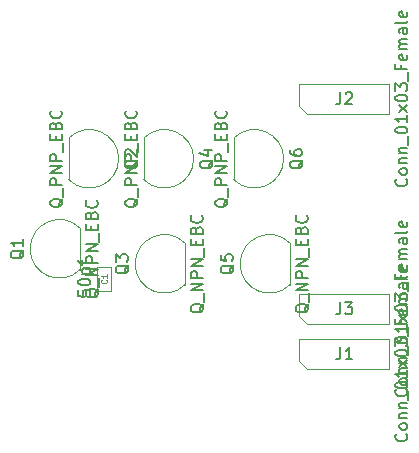
<source format=gbr>
G04 #@! TF.GenerationSoftware,KiCad,Pcbnew,5.0.2+dfsg1-1~bpo9+1*
G04 #@! TF.CreationDate,2020-09-02T01:24:03-04:00*
G04 #@! TF.ProjectId,pcb,7063622e-6b69-4636-9164-5f7063625858,rev?*
G04 #@! TF.SameCoordinates,Original*
G04 #@! TF.FileFunction,Other,Fab,Top*
%FSLAX46Y46*%
G04 Gerber Fmt 4.6, Leading zero omitted, Abs format (unit mm)*
G04 Created by KiCad (PCBNEW 5.0.2+dfsg1-1~bpo9+1) date Wed 02 Sep 2020 01:24:03 AM EDT*
%MOMM*%
%LPD*%
G01*
G04 APERTURE LIST*
%ADD10C,0.100000*%
%ADD11C,0.150000*%
%ADD12C,0.080000*%
G04 APERTURE END LIST*
D10*
G04 #@! TO.C,C1*
X122590000Y-81550000D02*
X123790000Y-81550000D01*
X123790000Y-81550000D02*
X123790000Y-83550000D01*
X123790000Y-83550000D02*
X122590000Y-83550000D01*
X122590000Y-83550000D02*
X122590000Y-81550000D01*
G04 #@! TO.C,J1*
X140335000Y-90170000D02*
X139700000Y-89535000D01*
X147320000Y-90170000D02*
X140335000Y-90170000D01*
X147320000Y-87630000D02*
X147320000Y-90170000D01*
X139700000Y-87630000D02*
X147320000Y-87630000D01*
X139700000Y-89535000D02*
X139700000Y-87630000D01*
G04 #@! TO.C,J2*
X139700000Y-67945000D02*
X139700000Y-66040000D01*
X139700000Y-66040000D02*
X147320000Y-66040000D01*
X147320000Y-66040000D02*
X147320000Y-68580000D01*
X147320000Y-68580000D02*
X140335000Y-68580000D01*
X140335000Y-68580000D02*
X139700000Y-67945000D01*
G04 #@! TO.C,J3*
X139700000Y-85725000D02*
X139700000Y-83820000D01*
X139700000Y-83820000D02*
X147320000Y-83820000D01*
X147320000Y-83820000D02*
X147320000Y-86360000D01*
X147320000Y-86360000D02*
X140335000Y-86360000D01*
X140335000Y-86360000D02*
X139700000Y-85725000D01*
G04 #@! TO.C,Q1*
X121133625Y-81763625D02*
G75*
G02X116900000Y-80010000I-1753625J1753625D01*
G01*
X121133625Y-78256375D02*
G75*
G03X116900000Y-80010000I-1753625J-1753625D01*
G01*
X121130000Y-81780000D02*
X121130000Y-78280000D01*
G04 #@! TO.C,Q2*
X120166375Y-70636375D02*
G75*
G02X124400000Y-72390000I1753625J-1753625D01*
G01*
X120166375Y-74143625D02*
G75*
G03X124400000Y-72390000I1753625J1753625D01*
G01*
X120170000Y-70620000D02*
X120170000Y-74120000D01*
G04 #@! TO.C,Q3*
X130020000Y-83050000D02*
X130020000Y-79550000D01*
X130023625Y-79526375D02*
G75*
G03X125790000Y-81280000I-1753625J-1753625D01*
G01*
X130023625Y-83033625D02*
G75*
G02X125790000Y-81280000I-1753625J1753625D01*
G01*
G04 #@! TO.C,Q4*
X126520000Y-70620000D02*
X126520000Y-74120000D01*
X126516375Y-74143625D02*
G75*
G03X130750000Y-72390000I1753625J1753625D01*
G01*
X126516375Y-70636375D02*
G75*
G02X130750000Y-72390000I1753625J-1753625D01*
G01*
G04 #@! TO.C,Q5*
X138913625Y-83033625D02*
G75*
G02X134680000Y-81280000I-1753625J1753625D01*
G01*
X138913625Y-79526375D02*
G75*
G03X134680000Y-81280000I-1753625J-1753625D01*
G01*
X138910000Y-83050000D02*
X138910000Y-79550000D01*
G04 #@! TO.C,Q6*
X134140000Y-70620000D02*
X134140000Y-74120000D01*
X134136375Y-74143625D02*
G75*
G03X138370000Y-72390000I1753625J1753625D01*
G01*
X134136375Y-70636375D02*
G75*
G02X138370000Y-72390000I1753625J-1753625D01*
G01*
G04 #@! TD*
G04 #@! TO.C,C1*
D11*
X120992380Y-83526190D02*
X120992380Y-84002380D01*
X121468571Y-84050000D01*
X121420952Y-84002380D01*
X121373333Y-83907142D01*
X121373333Y-83669047D01*
X121420952Y-83573809D01*
X121468571Y-83526190D01*
X121563809Y-83478571D01*
X121801904Y-83478571D01*
X121897142Y-83526190D01*
X121944761Y-83573809D01*
X121992380Y-83669047D01*
X121992380Y-83907142D01*
X121944761Y-84002380D01*
X121897142Y-84050000D01*
X120992380Y-82859523D02*
X120992380Y-82764285D01*
X121040000Y-82669047D01*
X121087619Y-82621428D01*
X121182857Y-82573809D01*
X121373333Y-82526190D01*
X121611428Y-82526190D01*
X121801904Y-82573809D01*
X121897142Y-82621428D01*
X121944761Y-82669047D01*
X121992380Y-82764285D01*
X121992380Y-82859523D01*
X121944761Y-82954761D01*
X121897142Y-83002380D01*
X121801904Y-83050000D01*
X121611428Y-83097619D01*
X121373333Y-83097619D01*
X121182857Y-83050000D01*
X121087619Y-83002380D01*
X121040000Y-82954761D01*
X120992380Y-82859523D01*
X121325714Y-82097619D02*
X122325714Y-82097619D01*
X121373333Y-82097619D02*
X121325714Y-82002380D01*
X121325714Y-81811904D01*
X121373333Y-81716666D01*
X121420952Y-81669047D01*
X121516190Y-81621428D01*
X121801904Y-81621428D01*
X121897142Y-81669047D01*
X121944761Y-81716666D01*
X121992380Y-81811904D01*
X121992380Y-82002380D01*
X121944761Y-82097619D01*
X121325714Y-81335714D02*
X121325714Y-80954761D01*
X121992380Y-81192857D02*
X121135238Y-81192857D01*
X121040000Y-81145238D01*
X120992380Y-81050000D01*
X120992380Y-80954761D01*
D12*
X123368571Y-82633333D02*
X123392380Y-82657142D01*
X123416190Y-82728571D01*
X123416190Y-82776190D01*
X123392380Y-82847619D01*
X123344761Y-82895238D01*
X123297142Y-82919047D01*
X123201904Y-82942857D01*
X123130476Y-82942857D01*
X123035238Y-82919047D01*
X122987619Y-82895238D01*
X122940000Y-82847619D01*
X122916190Y-82776190D01*
X122916190Y-82728571D01*
X122940000Y-82657142D01*
X122963809Y-82633333D01*
X123416190Y-82157142D02*
X123416190Y-82442857D01*
X123416190Y-82300000D02*
X122916190Y-82300000D01*
X122987619Y-82347619D01*
X123035238Y-82395238D01*
X123059047Y-82442857D01*
G04 #@! TO.C,J1*
D11*
X148737142Y-95685714D02*
X148784761Y-95733333D01*
X148832380Y-95876190D01*
X148832380Y-95971428D01*
X148784761Y-96114285D01*
X148689523Y-96209523D01*
X148594285Y-96257142D01*
X148403809Y-96304761D01*
X148260952Y-96304761D01*
X148070476Y-96257142D01*
X147975238Y-96209523D01*
X147880000Y-96114285D01*
X147832380Y-95971428D01*
X147832380Y-95876190D01*
X147880000Y-95733333D01*
X147927619Y-95685714D01*
X148832380Y-95114285D02*
X148784761Y-95209523D01*
X148737142Y-95257142D01*
X148641904Y-95304761D01*
X148356190Y-95304761D01*
X148260952Y-95257142D01*
X148213333Y-95209523D01*
X148165714Y-95114285D01*
X148165714Y-94971428D01*
X148213333Y-94876190D01*
X148260952Y-94828571D01*
X148356190Y-94780952D01*
X148641904Y-94780952D01*
X148737142Y-94828571D01*
X148784761Y-94876190D01*
X148832380Y-94971428D01*
X148832380Y-95114285D01*
X148165714Y-94352380D02*
X148832380Y-94352380D01*
X148260952Y-94352380D02*
X148213333Y-94304761D01*
X148165714Y-94209523D01*
X148165714Y-94066666D01*
X148213333Y-93971428D01*
X148308571Y-93923809D01*
X148832380Y-93923809D01*
X148165714Y-93447619D02*
X148832380Y-93447619D01*
X148260952Y-93447619D02*
X148213333Y-93400000D01*
X148165714Y-93304761D01*
X148165714Y-93161904D01*
X148213333Y-93066666D01*
X148308571Y-93019047D01*
X148832380Y-93019047D01*
X148927619Y-92780952D02*
X148927619Y-92019047D01*
X147832380Y-91590476D02*
X147832380Y-91495238D01*
X147880000Y-91400000D01*
X147927619Y-91352380D01*
X148022857Y-91304761D01*
X148213333Y-91257142D01*
X148451428Y-91257142D01*
X148641904Y-91304761D01*
X148737142Y-91352380D01*
X148784761Y-91400000D01*
X148832380Y-91495238D01*
X148832380Y-91590476D01*
X148784761Y-91685714D01*
X148737142Y-91733333D01*
X148641904Y-91780952D01*
X148451428Y-91828571D01*
X148213333Y-91828571D01*
X148022857Y-91780952D01*
X147927619Y-91733333D01*
X147880000Y-91685714D01*
X147832380Y-91590476D01*
X148832380Y-90304761D02*
X148832380Y-90876190D01*
X148832380Y-90590476D02*
X147832380Y-90590476D01*
X147975238Y-90685714D01*
X148070476Y-90780952D01*
X148118095Y-90876190D01*
X148832380Y-89971428D02*
X148165714Y-89447619D01*
X148165714Y-89971428D02*
X148832380Y-89447619D01*
X147832380Y-88876190D02*
X147832380Y-88780952D01*
X147880000Y-88685714D01*
X147927619Y-88638095D01*
X148022857Y-88590476D01*
X148213333Y-88542857D01*
X148451428Y-88542857D01*
X148641904Y-88590476D01*
X148737142Y-88638095D01*
X148784761Y-88685714D01*
X148832380Y-88780952D01*
X148832380Y-88876190D01*
X148784761Y-88971428D01*
X148737142Y-89019047D01*
X148641904Y-89066666D01*
X148451428Y-89114285D01*
X148213333Y-89114285D01*
X148022857Y-89066666D01*
X147927619Y-89019047D01*
X147880000Y-88971428D01*
X147832380Y-88876190D01*
X147832380Y-88209523D02*
X147832380Y-87590476D01*
X148213333Y-87923809D01*
X148213333Y-87780952D01*
X148260952Y-87685714D01*
X148308571Y-87638095D01*
X148403809Y-87590476D01*
X148641904Y-87590476D01*
X148737142Y-87638095D01*
X148784761Y-87685714D01*
X148832380Y-87780952D01*
X148832380Y-88066666D01*
X148784761Y-88161904D01*
X148737142Y-88209523D01*
X148927619Y-87400000D02*
X148927619Y-86638095D01*
X148308571Y-86066666D02*
X148308571Y-86400000D01*
X148832380Y-86400000D02*
X147832380Y-86400000D01*
X147832380Y-85923809D01*
X148784761Y-85161904D02*
X148832380Y-85257142D01*
X148832380Y-85447619D01*
X148784761Y-85542857D01*
X148689523Y-85590476D01*
X148308571Y-85590476D01*
X148213333Y-85542857D01*
X148165714Y-85447619D01*
X148165714Y-85257142D01*
X148213333Y-85161904D01*
X148308571Y-85114285D01*
X148403809Y-85114285D01*
X148499047Y-85590476D01*
X148832380Y-84685714D02*
X148165714Y-84685714D01*
X148260952Y-84685714D02*
X148213333Y-84638095D01*
X148165714Y-84542857D01*
X148165714Y-84400000D01*
X148213333Y-84304761D01*
X148308571Y-84257142D01*
X148832380Y-84257142D01*
X148308571Y-84257142D02*
X148213333Y-84209523D01*
X148165714Y-84114285D01*
X148165714Y-83971428D01*
X148213333Y-83876190D01*
X148308571Y-83828571D01*
X148832380Y-83828571D01*
X148832380Y-82923809D02*
X148308571Y-82923809D01*
X148213333Y-82971428D01*
X148165714Y-83066666D01*
X148165714Y-83257142D01*
X148213333Y-83352380D01*
X148784761Y-82923809D02*
X148832380Y-83019047D01*
X148832380Y-83257142D01*
X148784761Y-83352380D01*
X148689523Y-83400000D01*
X148594285Y-83400000D01*
X148499047Y-83352380D01*
X148451428Y-83257142D01*
X148451428Y-83019047D01*
X148403809Y-82923809D01*
X148832380Y-82304761D02*
X148784761Y-82400000D01*
X148689523Y-82447619D01*
X147832380Y-82447619D01*
X148784761Y-81542857D02*
X148832380Y-81638095D01*
X148832380Y-81828571D01*
X148784761Y-81923809D01*
X148689523Y-81971428D01*
X148308571Y-81971428D01*
X148213333Y-81923809D01*
X148165714Y-81828571D01*
X148165714Y-81638095D01*
X148213333Y-81542857D01*
X148308571Y-81495238D01*
X148403809Y-81495238D01*
X148499047Y-81971428D01*
X143176666Y-88352380D02*
X143176666Y-89066666D01*
X143129047Y-89209523D01*
X143033809Y-89304761D01*
X142890952Y-89352380D01*
X142795714Y-89352380D01*
X144176666Y-89352380D02*
X143605238Y-89352380D01*
X143890952Y-89352380D02*
X143890952Y-88352380D01*
X143795714Y-88495238D01*
X143700476Y-88590476D01*
X143605238Y-88638095D01*
G04 #@! TO.C,J2*
X148737142Y-74095714D02*
X148784761Y-74143333D01*
X148832380Y-74286190D01*
X148832380Y-74381428D01*
X148784761Y-74524285D01*
X148689523Y-74619523D01*
X148594285Y-74667142D01*
X148403809Y-74714761D01*
X148260952Y-74714761D01*
X148070476Y-74667142D01*
X147975238Y-74619523D01*
X147880000Y-74524285D01*
X147832380Y-74381428D01*
X147832380Y-74286190D01*
X147880000Y-74143333D01*
X147927619Y-74095714D01*
X148832380Y-73524285D02*
X148784761Y-73619523D01*
X148737142Y-73667142D01*
X148641904Y-73714761D01*
X148356190Y-73714761D01*
X148260952Y-73667142D01*
X148213333Y-73619523D01*
X148165714Y-73524285D01*
X148165714Y-73381428D01*
X148213333Y-73286190D01*
X148260952Y-73238571D01*
X148356190Y-73190952D01*
X148641904Y-73190952D01*
X148737142Y-73238571D01*
X148784761Y-73286190D01*
X148832380Y-73381428D01*
X148832380Y-73524285D01*
X148165714Y-72762380D02*
X148832380Y-72762380D01*
X148260952Y-72762380D02*
X148213333Y-72714761D01*
X148165714Y-72619523D01*
X148165714Y-72476666D01*
X148213333Y-72381428D01*
X148308571Y-72333809D01*
X148832380Y-72333809D01*
X148165714Y-71857619D02*
X148832380Y-71857619D01*
X148260952Y-71857619D02*
X148213333Y-71810000D01*
X148165714Y-71714761D01*
X148165714Y-71571904D01*
X148213333Y-71476666D01*
X148308571Y-71429047D01*
X148832380Y-71429047D01*
X148927619Y-71190952D02*
X148927619Y-70429047D01*
X147832380Y-70000476D02*
X147832380Y-69905238D01*
X147880000Y-69810000D01*
X147927619Y-69762380D01*
X148022857Y-69714761D01*
X148213333Y-69667142D01*
X148451428Y-69667142D01*
X148641904Y-69714761D01*
X148737142Y-69762380D01*
X148784761Y-69810000D01*
X148832380Y-69905238D01*
X148832380Y-70000476D01*
X148784761Y-70095714D01*
X148737142Y-70143333D01*
X148641904Y-70190952D01*
X148451428Y-70238571D01*
X148213333Y-70238571D01*
X148022857Y-70190952D01*
X147927619Y-70143333D01*
X147880000Y-70095714D01*
X147832380Y-70000476D01*
X148832380Y-68714761D02*
X148832380Y-69286190D01*
X148832380Y-69000476D02*
X147832380Y-69000476D01*
X147975238Y-69095714D01*
X148070476Y-69190952D01*
X148118095Y-69286190D01*
X148832380Y-68381428D02*
X148165714Y-67857619D01*
X148165714Y-68381428D02*
X148832380Y-67857619D01*
X147832380Y-67286190D02*
X147832380Y-67190952D01*
X147880000Y-67095714D01*
X147927619Y-67048095D01*
X148022857Y-67000476D01*
X148213333Y-66952857D01*
X148451428Y-66952857D01*
X148641904Y-67000476D01*
X148737142Y-67048095D01*
X148784761Y-67095714D01*
X148832380Y-67190952D01*
X148832380Y-67286190D01*
X148784761Y-67381428D01*
X148737142Y-67429047D01*
X148641904Y-67476666D01*
X148451428Y-67524285D01*
X148213333Y-67524285D01*
X148022857Y-67476666D01*
X147927619Y-67429047D01*
X147880000Y-67381428D01*
X147832380Y-67286190D01*
X147832380Y-66619523D02*
X147832380Y-66000476D01*
X148213333Y-66333809D01*
X148213333Y-66190952D01*
X148260952Y-66095714D01*
X148308571Y-66048095D01*
X148403809Y-66000476D01*
X148641904Y-66000476D01*
X148737142Y-66048095D01*
X148784761Y-66095714D01*
X148832380Y-66190952D01*
X148832380Y-66476666D01*
X148784761Y-66571904D01*
X148737142Y-66619523D01*
X148927619Y-65810000D02*
X148927619Y-65048095D01*
X148308571Y-64476666D02*
X148308571Y-64810000D01*
X148832380Y-64810000D02*
X147832380Y-64810000D01*
X147832380Y-64333809D01*
X148784761Y-63571904D02*
X148832380Y-63667142D01*
X148832380Y-63857619D01*
X148784761Y-63952857D01*
X148689523Y-64000476D01*
X148308571Y-64000476D01*
X148213333Y-63952857D01*
X148165714Y-63857619D01*
X148165714Y-63667142D01*
X148213333Y-63571904D01*
X148308571Y-63524285D01*
X148403809Y-63524285D01*
X148499047Y-64000476D01*
X148832380Y-63095714D02*
X148165714Y-63095714D01*
X148260952Y-63095714D02*
X148213333Y-63048095D01*
X148165714Y-62952857D01*
X148165714Y-62810000D01*
X148213333Y-62714761D01*
X148308571Y-62667142D01*
X148832380Y-62667142D01*
X148308571Y-62667142D02*
X148213333Y-62619523D01*
X148165714Y-62524285D01*
X148165714Y-62381428D01*
X148213333Y-62286190D01*
X148308571Y-62238571D01*
X148832380Y-62238571D01*
X148832380Y-61333809D02*
X148308571Y-61333809D01*
X148213333Y-61381428D01*
X148165714Y-61476666D01*
X148165714Y-61667142D01*
X148213333Y-61762380D01*
X148784761Y-61333809D02*
X148832380Y-61429047D01*
X148832380Y-61667142D01*
X148784761Y-61762380D01*
X148689523Y-61810000D01*
X148594285Y-61810000D01*
X148499047Y-61762380D01*
X148451428Y-61667142D01*
X148451428Y-61429047D01*
X148403809Y-61333809D01*
X148832380Y-60714761D02*
X148784761Y-60810000D01*
X148689523Y-60857619D01*
X147832380Y-60857619D01*
X148784761Y-59952857D02*
X148832380Y-60048095D01*
X148832380Y-60238571D01*
X148784761Y-60333809D01*
X148689523Y-60381428D01*
X148308571Y-60381428D01*
X148213333Y-60333809D01*
X148165714Y-60238571D01*
X148165714Y-60048095D01*
X148213333Y-59952857D01*
X148308571Y-59905238D01*
X148403809Y-59905238D01*
X148499047Y-60381428D01*
X143176666Y-66762380D02*
X143176666Y-67476666D01*
X143129047Y-67619523D01*
X143033809Y-67714761D01*
X142890952Y-67762380D01*
X142795714Y-67762380D01*
X143605238Y-66857619D02*
X143652857Y-66810000D01*
X143748095Y-66762380D01*
X143986190Y-66762380D01*
X144081428Y-66810000D01*
X144129047Y-66857619D01*
X144176666Y-66952857D01*
X144176666Y-67048095D01*
X144129047Y-67190952D01*
X143557619Y-67762380D01*
X144176666Y-67762380D01*
G04 #@! TO.C,J3*
X148737142Y-91875714D02*
X148784761Y-91923333D01*
X148832380Y-92066190D01*
X148832380Y-92161428D01*
X148784761Y-92304285D01*
X148689523Y-92399523D01*
X148594285Y-92447142D01*
X148403809Y-92494761D01*
X148260952Y-92494761D01*
X148070476Y-92447142D01*
X147975238Y-92399523D01*
X147880000Y-92304285D01*
X147832380Y-92161428D01*
X147832380Y-92066190D01*
X147880000Y-91923333D01*
X147927619Y-91875714D01*
X148832380Y-91304285D02*
X148784761Y-91399523D01*
X148737142Y-91447142D01*
X148641904Y-91494761D01*
X148356190Y-91494761D01*
X148260952Y-91447142D01*
X148213333Y-91399523D01*
X148165714Y-91304285D01*
X148165714Y-91161428D01*
X148213333Y-91066190D01*
X148260952Y-91018571D01*
X148356190Y-90970952D01*
X148641904Y-90970952D01*
X148737142Y-91018571D01*
X148784761Y-91066190D01*
X148832380Y-91161428D01*
X148832380Y-91304285D01*
X148165714Y-90542380D02*
X148832380Y-90542380D01*
X148260952Y-90542380D02*
X148213333Y-90494761D01*
X148165714Y-90399523D01*
X148165714Y-90256666D01*
X148213333Y-90161428D01*
X148308571Y-90113809D01*
X148832380Y-90113809D01*
X148165714Y-89637619D02*
X148832380Y-89637619D01*
X148260952Y-89637619D02*
X148213333Y-89590000D01*
X148165714Y-89494761D01*
X148165714Y-89351904D01*
X148213333Y-89256666D01*
X148308571Y-89209047D01*
X148832380Y-89209047D01*
X148927619Y-88970952D02*
X148927619Y-88209047D01*
X147832380Y-87780476D02*
X147832380Y-87685238D01*
X147880000Y-87590000D01*
X147927619Y-87542380D01*
X148022857Y-87494761D01*
X148213333Y-87447142D01*
X148451428Y-87447142D01*
X148641904Y-87494761D01*
X148737142Y-87542380D01*
X148784761Y-87590000D01*
X148832380Y-87685238D01*
X148832380Y-87780476D01*
X148784761Y-87875714D01*
X148737142Y-87923333D01*
X148641904Y-87970952D01*
X148451428Y-88018571D01*
X148213333Y-88018571D01*
X148022857Y-87970952D01*
X147927619Y-87923333D01*
X147880000Y-87875714D01*
X147832380Y-87780476D01*
X148832380Y-86494761D02*
X148832380Y-87066190D01*
X148832380Y-86780476D02*
X147832380Y-86780476D01*
X147975238Y-86875714D01*
X148070476Y-86970952D01*
X148118095Y-87066190D01*
X148832380Y-86161428D02*
X148165714Y-85637619D01*
X148165714Y-86161428D02*
X148832380Y-85637619D01*
X147832380Y-85066190D02*
X147832380Y-84970952D01*
X147880000Y-84875714D01*
X147927619Y-84828095D01*
X148022857Y-84780476D01*
X148213333Y-84732857D01*
X148451428Y-84732857D01*
X148641904Y-84780476D01*
X148737142Y-84828095D01*
X148784761Y-84875714D01*
X148832380Y-84970952D01*
X148832380Y-85066190D01*
X148784761Y-85161428D01*
X148737142Y-85209047D01*
X148641904Y-85256666D01*
X148451428Y-85304285D01*
X148213333Y-85304285D01*
X148022857Y-85256666D01*
X147927619Y-85209047D01*
X147880000Y-85161428D01*
X147832380Y-85066190D01*
X147832380Y-84399523D02*
X147832380Y-83780476D01*
X148213333Y-84113809D01*
X148213333Y-83970952D01*
X148260952Y-83875714D01*
X148308571Y-83828095D01*
X148403809Y-83780476D01*
X148641904Y-83780476D01*
X148737142Y-83828095D01*
X148784761Y-83875714D01*
X148832380Y-83970952D01*
X148832380Y-84256666D01*
X148784761Y-84351904D01*
X148737142Y-84399523D01*
X148927619Y-83590000D02*
X148927619Y-82828095D01*
X148308571Y-82256666D02*
X148308571Y-82590000D01*
X148832380Y-82590000D02*
X147832380Y-82590000D01*
X147832380Y-82113809D01*
X148784761Y-81351904D02*
X148832380Y-81447142D01*
X148832380Y-81637619D01*
X148784761Y-81732857D01*
X148689523Y-81780476D01*
X148308571Y-81780476D01*
X148213333Y-81732857D01*
X148165714Y-81637619D01*
X148165714Y-81447142D01*
X148213333Y-81351904D01*
X148308571Y-81304285D01*
X148403809Y-81304285D01*
X148499047Y-81780476D01*
X148832380Y-80875714D02*
X148165714Y-80875714D01*
X148260952Y-80875714D02*
X148213333Y-80828095D01*
X148165714Y-80732857D01*
X148165714Y-80590000D01*
X148213333Y-80494761D01*
X148308571Y-80447142D01*
X148832380Y-80447142D01*
X148308571Y-80447142D02*
X148213333Y-80399523D01*
X148165714Y-80304285D01*
X148165714Y-80161428D01*
X148213333Y-80066190D01*
X148308571Y-80018571D01*
X148832380Y-80018571D01*
X148832380Y-79113809D02*
X148308571Y-79113809D01*
X148213333Y-79161428D01*
X148165714Y-79256666D01*
X148165714Y-79447142D01*
X148213333Y-79542380D01*
X148784761Y-79113809D02*
X148832380Y-79209047D01*
X148832380Y-79447142D01*
X148784761Y-79542380D01*
X148689523Y-79590000D01*
X148594285Y-79590000D01*
X148499047Y-79542380D01*
X148451428Y-79447142D01*
X148451428Y-79209047D01*
X148403809Y-79113809D01*
X148832380Y-78494761D02*
X148784761Y-78590000D01*
X148689523Y-78637619D01*
X147832380Y-78637619D01*
X148784761Y-77732857D02*
X148832380Y-77828095D01*
X148832380Y-78018571D01*
X148784761Y-78113809D01*
X148689523Y-78161428D01*
X148308571Y-78161428D01*
X148213333Y-78113809D01*
X148165714Y-78018571D01*
X148165714Y-77828095D01*
X148213333Y-77732857D01*
X148308571Y-77685238D01*
X148403809Y-77685238D01*
X148499047Y-78161428D01*
X143176666Y-84542380D02*
X143176666Y-85256666D01*
X143129047Y-85399523D01*
X143033809Y-85494761D01*
X142890952Y-85542380D01*
X142795714Y-85542380D01*
X143557619Y-84542380D02*
X144176666Y-84542380D01*
X143843333Y-84923333D01*
X143986190Y-84923333D01*
X144081428Y-84970952D01*
X144129047Y-85018571D01*
X144176666Y-85113809D01*
X144176666Y-85351904D01*
X144129047Y-85447142D01*
X144081428Y-85494761D01*
X143986190Y-85542380D01*
X143700476Y-85542380D01*
X143605238Y-85494761D01*
X143557619Y-85447142D01*
G04 #@! TO.C,Q1*
X122717619Y-83390952D02*
X122670000Y-83486190D01*
X122574761Y-83581428D01*
X122431904Y-83724285D01*
X122384285Y-83819523D01*
X122384285Y-83914761D01*
X122622380Y-83867142D02*
X122574761Y-83962380D01*
X122479523Y-84057619D01*
X122289047Y-84105238D01*
X121955714Y-84105238D01*
X121765238Y-84057619D01*
X121670000Y-83962380D01*
X121622380Y-83867142D01*
X121622380Y-83676666D01*
X121670000Y-83581428D01*
X121765238Y-83486190D01*
X121955714Y-83438571D01*
X122289047Y-83438571D01*
X122479523Y-83486190D01*
X122574761Y-83581428D01*
X122622380Y-83676666D01*
X122622380Y-83867142D01*
X122717619Y-83248095D02*
X122717619Y-82486190D01*
X122622380Y-82248095D02*
X121622380Y-82248095D01*
X122622380Y-81676666D01*
X121622380Y-81676666D01*
X122622380Y-81200476D02*
X121622380Y-81200476D01*
X121622380Y-80819523D01*
X121670000Y-80724285D01*
X121717619Y-80676666D01*
X121812857Y-80629047D01*
X121955714Y-80629047D01*
X122050952Y-80676666D01*
X122098571Y-80724285D01*
X122146190Y-80819523D01*
X122146190Y-81200476D01*
X122622380Y-80200476D02*
X121622380Y-80200476D01*
X122622380Y-79629047D01*
X121622380Y-79629047D01*
X122717619Y-79390952D02*
X122717619Y-78629047D01*
X122098571Y-78390952D02*
X122098571Y-78057619D01*
X122622380Y-77914761D02*
X122622380Y-78390952D01*
X121622380Y-78390952D01*
X121622380Y-77914761D01*
X122098571Y-77152857D02*
X122146190Y-77010000D01*
X122193809Y-76962380D01*
X122289047Y-76914761D01*
X122431904Y-76914761D01*
X122527142Y-76962380D01*
X122574761Y-77010000D01*
X122622380Y-77105238D01*
X122622380Y-77486190D01*
X121622380Y-77486190D01*
X121622380Y-77152857D01*
X121670000Y-77057619D01*
X121717619Y-77010000D01*
X121812857Y-76962380D01*
X121908095Y-76962380D01*
X122003333Y-77010000D01*
X122050952Y-77057619D01*
X122098571Y-77152857D01*
X122098571Y-77486190D01*
X122527142Y-75914761D02*
X122574761Y-75962380D01*
X122622380Y-76105238D01*
X122622380Y-76200476D01*
X122574761Y-76343333D01*
X122479523Y-76438571D01*
X122384285Y-76486190D01*
X122193809Y-76533809D01*
X122050952Y-76533809D01*
X121860476Y-76486190D01*
X121765238Y-76438571D01*
X121670000Y-76343333D01*
X121622380Y-76200476D01*
X121622380Y-76105238D01*
X121670000Y-75962380D01*
X121717619Y-75914761D01*
X116367619Y-80105238D02*
X116320000Y-80200476D01*
X116224761Y-80295714D01*
X116081904Y-80438571D01*
X116034285Y-80533809D01*
X116034285Y-80629047D01*
X116272380Y-80581428D02*
X116224761Y-80676666D01*
X116129523Y-80771904D01*
X115939047Y-80819523D01*
X115605714Y-80819523D01*
X115415238Y-80771904D01*
X115320000Y-80676666D01*
X115272380Y-80581428D01*
X115272380Y-80390952D01*
X115320000Y-80295714D01*
X115415238Y-80200476D01*
X115605714Y-80152857D01*
X115939047Y-80152857D01*
X116129523Y-80200476D01*
X116224761Y-80295714D01*
X116272380Y-80390952D01*
X116272380Y-80581428D01*
X116272380Y-79200476D02*
X116272380Y-79771904D01*
X116272380Y-79486190D02*
X115272380Y-79486190D01*
X115415238Y-79581428D01*
X115510476Y-79676666D01*
X115558095Y-79771904D01*
G04 #@! TO.C,Q2*
X119677619Y-75747142D02*
X119630000Y-75842380D01*
X119534761Y-75937619D01*
X119391904Y-76080476D01*
X119344285Y-76175714D01*
X119344285Y-76270952D01*
X119582380Y-76223333D02*
X119534761Y-76318571D01*
X119439523Y-76413809D01*
X119249047Y-76461428D01*
X118915714Y-76461428D01*
X118725238Y-76413809D01*
X118630000Y-76318571D01*
X118582380Y-76223333D01*
X118582380Y-76032857D01*
X118630000Y-75937619D01*
X118725238Y-75842380D01*
X118915714Y-75794761D01*
X119249047Y-75794761D01*
X119439523Y-75842380D01*
X119534761Y-75937619D01*
X119582380Y-76032857D01*
X119582380Y-76223333D01*
X119677619Y-75604285D02*
X119677619Y-74842380D01*
X119582380Y-74604285D02*
X118582380Y-74604285D01*
X118582380Y-74223333D01*
X118630000Y-74128095D01*
X118677619Y-74080476D01*
X118772857Y-74032857D01*
X118915714Y-74032857D01*
X119010952Y-74080476D01*
X119058571Y-74128095D01*
X119106190Y-74223333D01*
X119106190Y-74604285D01*
X119582380Y-73604285D02*
X118582380Y-73604285D01*
X119582380Y-73032857D01*
X118582380Y-73032857D01*
X119582380Y-72556666D02*
X118582380Y-72556666D01*
X118582380Y-72175714D01*
X118630000Y-72080476D01*
X118677619Y-72032857D01*
X118772857Y-71985238D01*
X118915714Y-71985238D01*
X119010952Y-72032857D01*
X119058571Y-72080476D01*
X119106190Y-72175714D01*
X119106190Y-72556666D01*
X119677619Y-71794761D02*
X119677619Y-71032857D01*
X119058571Y-70794761D02*
X119058571Y-70461428D01*
X119582380Y-70318571D02*
X119582380Y-70794761D01*
X118582380Y-70794761D01*
X118582380Y-70318571D01*
X119058571Y-69556666D02*
X119106190Y-69413809D01*
X119153809Y-69366190D01*
X119249047Y-69318571D01*
X119391904Y-69318571D01*
X119487142Y-69366190D01*
X119534761Y-69413809D01*
X119582380Y-69509047D01*
X119582380Y-69890000D01*
X118582380Y-69890000D01*
X118582380Y-69556666D01*
X118630000Y-69461428D01*
X118677619Y-69413809D01*
X118772857Y-69366190D01*
X118868095Y-69366190D01*
X118963333Y-69413809D01*
X119010952Y-69461428D01*
X119058571Y-69556666D01*
X119058571Y-69890000D01*
X119487142Y-68318571D02*
X119534761Y-68366190D01*
X119582380Y-68509047D01*
X119582380Y-68604285D01*
X119534761Y-68747142D01*
X119439523Y-68842380D01*
X119344285Y-68890000D01*
X119153809Y-68937619D01*
X119010952Y-68937619D01*
X118820476Y-68890000D01*
X118725238Y-68842380D01*
X118630000Y-68747142D01*
X118582380Y-68604285D01*
X118582380Y-68509047D01*
X118630000Y-68366190D01*
X118677619Y-68318571D01*
X126027619Y-72485238D02*
X125980000Y-72580476D01*
X125884761Y-72675714D01*
X125741904Y-72818571D01*
X125694285Y-72913809D01*
X125694285Y-73009047D01*
X125932380Y-72961428D02*
X125884761Y-73056666D01*
X125789523Y-73151904D01*
X125599047Y-73199523D01*
X125265714Y-73199523D01*
X125075238Y-73151904D01*
X124980000Y-73056666D01*
X124932380Y-72961428D01*
X124932380Y-72770952D01*
X124980000Y-72675714D01*
X125075238Y-72580476D01*
X125265714Y-72532857D01*
X125599047Y-72532857D01*
X125789523Y-72580476D01*
X125884761Y-72675714D01*
X125932380Y-72770952D01*
X125932380Y-72961428D01*
X125027619Y-72151904D02*
X124980000Y-72104285D01*
X124932380Y-72009047D01*
X124932380Y-71770952D01*
X124980000Y-71675714D01*
X125027619Y-71628095D01*
X125122857Y-71580476D01*
X125218095Y-71580476D01*
X125360952Y-71628095D01*
X125932380Y-72199523D01*
X125932380Y-71580476D01*
G04 #@! TO.C,Q3*
X131607619Y-84660952D02*
X131560000Y-84756190D01*
X131464761Y-84851428D01*
X131321904Y-84994285D01*
X131274285Y-85089523D01*
X131274285Y-85184761D01*
X131512380Y-85137142D02*
X131464761Y-85232380D01*
X131369523Y-85327619D01*
X131179047Y-85375238D01*
X130845714Y-85375238D01*
X130655238Y-85327619D01*
X130560000Y-85232380D01*
X130512380Y-85137142D01*
X130512380Y-84946666D01*
X130560000Y-84851428D01*
X130655238Y-84756190D01*
X130845714Y-84708571D01*
X131179047Y-84708571D01*
X131369523Y-84756190D01*
X131464761Y-84851428D01*
X131512380Y-84946666D01*
X131512380Y-85137142D01*
X131607619Y-84518095D02*
X131607619Y-83756190D01*
X131512380Y-83518095D02*
X130512380Y-83518095D01*
X131512380Y-82946666D01*
X130512380Y-82946666D01*
X131512380Y-82470476D02*
X130512380Y-82470476D01*
X130512380Y-82089523D01*
X130560000Y-81994285D01*
X130607619Y-81946666D01*
X130702857Y-81899047D01*
X130845714Y-81899047D01*
X130940952Y-81946666D01*
X130988571Y-81994285D01*
X131036190Y-82089523D01*
X131036190Y-82470476D01*
X131512380Y-81470476D02*
X130512380Y-81470476D01*
X131512380Y-80899047D01*
X130512380Y-80899047D01*
X131607619Y-80660952D02*
X131607619Y-79899047D01*
X130988571Y-79660952D02*
X130988571Y-79327619D01*
X131512380Y-79184761D02*
X131512380Y-79660952D01*
X130512380Y-79660952D01*
X130512380Y-79184761D01*
X130988571Y-78422857D02*
X131036190Y-78280000D01*
X131083809Y-78232380D01*
X131179047Y-78184761D01*
X131321904Y-78184761D01*
X131417142Y-78232380D01*
X131464761Y-78280000D01*
X131512380Y-78375238D01*
X131512380Y-78756190D01*
X130512380Y-78756190D01*
X130512380Y-78422857D01*
X130560000Y-78327619D01*
X130607619Y-78280000D01*
X130702857Y-78232380D01*
X130798095Y-78232380D01*
X130893333Y-78280000D01*
X130940952Y-78327619D01*
X130988571Y-78422857D01*
X130988571Y-78756190D01*
X131417142Y-77184761D02*
X131464761Y-77232380D01*
X131512380Y-77375238D01*
X131512380Y-77470476D01*
X131464761Y-77613333D01*
X131369523Y-77708571D01*
X131274285Y-77756190D01*
X131083809Y-77803809D01*
X130940952Y-77803809D01*
X130750476Y-77756190D01*
X130655238Y-77708571D01*
X130560000Y-77613333D01*
X130512380Y-77470476D01*
X130512380Y-77375238D01*
X130560000Y-77232380D01*
X130607619Y-77184761D01*
X125257619Y-81375238D02*
X125210000Y-81470476D01*
X125114761Y-81565714D01*
X124971904Y-81708571D01*
X124924285Y-81803809D01*
X124924285Y-81899047D01*
X125162380Y-81851428D02*
X125114761Y-81946666D01*
X125019523Y-82041904D01*
X124829047Y-82089523D01*
X124495714Y-82089523D01*
X124305238Y-82041904D01*
X124210000Y-81946666D01*
X124162380Y-81851428D01*
X124162380Y-81660952D01*
X124210000Y-81565714D01*
X124305238Y-81470476D01*
X124495714Y-81422857D01*
X124829047Y-81422857D01*
X125019523Y-81470476D01*
X125114761Y-81565714D01*
X125162380Y-81660952D01*
X125162380Y-81851428D01*
X124162380Y-81089523D02*
X124162380Y-80470476D01*
X124543333Y-80803809D01*
X124543333Y-80660952D01*
X124590952Y-80565714D01*
X124638571Y-80518095D01*
X124733809Y-80470476D01*
X124971904Y-80470476D01*
X125067142Y-80518095D01*
X125114761Y-80565714D01*
X125162380Y-80660952D01*
X125162380Y-80946666D01*
X125114761Y-81041904D01*
X125067142Y-81089523D01*
G04 #@! TO.C,Q4*
X126027619Y-75747142D02*
X125980000Y-75842380D01*
X125884761Y-75937619D01*
X125741904Y-76080476D01*
X125694285Y-76175714D01*
X125694285Y-76270952D01*
X125932380Y-76223333D02*
X125884761Y-76318571D01*
X125789523Y-76413809D01*
X125599047Y-76461428D01*
X125265714Y-76461428D01*
X125075238Y-76413809D01*
X124980000Y-76318571D01*
X124932380Y-76223333D01*
X124932380Y-76032857D01*
X124980000Y-75937619D01*
X125075238Y-75842380D01*
X125265714Y-75794761D01*
X125599047Y-75794761D01*
X125789523Y-75842380D01*
X125884761Y-75937619D01*
X125932380Y-76032857D01*
X125932380Y-76223333D01*
X126027619Y-75604285D02*
X126027619Y-74842380D01*
X125932380Y-74604285D02*
X124932380Y-74604285D01*
X124932380Y-74223333D01*
X124980000Y-74128095D01*
X125027619Y-74080476D01*
X125122857Y-74032857D01*
X125265714Y-74032857D01*
X125360952Y-74080476D01*
X125408571Y-74128095D01*
X125456190Y-74223333D01*
X125456190Y-74604285D01*
X125932380Y-73604285D02*
X124932380Y-73604285D01*
X125932380Y-73032857D01*
X124932380Y-73032857D01*
X125932380Y-72556666D02*
X124932380Y-72556666D01*
X124932380Y-72175714D01*
X124980000Y-72080476D01*
X125027619Y-72032857D01*
X125122857Y-71985238D01*
X125265714Y-71985238D01*
X125360952Y-72032857D01*
X125408571Y-72080476D01*
X125456190Y-72175714D01*
X125456190Y-72556666D01*
X126027619Y-71794761D02*
X126027619Y-71032857D01*
X125408571Y-70794761D02*
X125408571Y-70461428D01*
X125932380Y-70318571D02*
X125932380Y-70794761D01*
X124932380Y-70794761D01*
X124932380Y-70318571D01*
X125408571Y-69556666D02*
X125456190Y-69413809D01*
X125503809Y-69366190D01*
X125599047Y-69318571D01*
X125741904Y-69318571D01*
X125837142Y-69366190D01*
X125884761Y-69413809D01*
X125932380Y-69509047D01*
X125932380Y-69890000D01*
X124932380Y-69890000D01*
X124932380Y-69556666D01*
X124980000Y-69461428D01*
X125027619Y-69413809D01*
X125122857Y-69366190D01*
X125218095Y-69366190D01*
X125313333Y-69413809D01*
X125360952Y-69461428D01*
X125408571Y-69556666D01*
X125408571Y-69890000D01*
X125837142Y-68318571D02*
X125884761Y-68366190D01*
X125932380Y-68509047D01*
X125932380Y-68604285D01*
X125884761Y-68747142D01*
X125789523Y-68842380D01*
X125694285Y-68890000D01*
X125503809Y-68937619D01*
X125360952Y-68937619D01*
X125170476Y-68890000D01*
X125075238Y-68842380D01*
X124980000Y-68747142D01*
X124932380Y-68604285D01*
X124932380Y-68509047D01*
X124980000Y-68366190D01*
X125027619Y-68318571D01*
X132377619Y-72485238D02*
X132330000Y-72580476D01*
X132234761Y-72675714D01*
X132091904Y-72818571D01*
X132044285Y-72913809D01*
X132044285Y-73009047D01*
X132282380Y-72961428D02*
X132234761Y-73056666D01*
X132139523Y-73151904D01*
X131949047Y-73199523D01*
X131615714Y-73199523D01*
X131425238Y-73151904D01*
X131330000Y-73056666D01*
X131282380Y-72961428D01*
X131282380Y-72770952D01*
X131330000Y-72675714D01*
X131425238Y-72580476D01*
X131615714Y-72532857D01*
X131949047Y-72532857D01*
X132139523Y-72580476D01*
X132234761Y-72675714D01*
X132282380Y-72770952D01*
X132282380Y-72961428D01*
X131615714Y-71675714D02*
X132282380Y-71675714D01*
X131234761Y-71913809D02*
X131949047Y-72151904D01*
X131949047Y-71532857D01*
G04 #@! TO.C,Q5*
X140497619Y-84660952D02*
X140450000Y-84756190D01*
X140354761Y-84851428D01*
X140211904Y-84994285D01*
X140164285Y-85089523D01*
X140164285Y-85184761D01*
X140402380Y-85137142D02*
X140354761Y-85232380D01*
X140259523Y-85327619D01*
X140069047Y-85375238D01*
X139735714Y-85375238D01*
X139545238Y-85327619D01*
X139450000Y-85232380D01*
X139402380Y-85137142D01*
X139402380Y-84946666D01*
X139450000Y-84851428D01*
X139545238Y-84756190D01*
X139735714Y-84708571D01*
X140069047Y-84708571D01*
X140259523Y-84756190D01*
X140354761Y-84851428D01*
X140402380Y-84946666D01*
X140402380Y-85137142D01*
X140497619Y-84518095D02*
X140497619Y-83756190D01*
X140402380Y-83518095D02*
X139402380Y-83518095D01*
X140402380Y-82946666D01*
X139402380Y-82946666D01*
X140402380Y-82470476D02*
X139402380Y-82470476D01*
X139402380Y-82089523D01*
X139450000Y-81994285D01*
X139497619Y-81946666D01*
X139592857Y-81899047D01*
X139735714Y-81899047D01*
X139830952Y-81946666D01*
X139878571Y-81994285D01*
X139926190Y-82089523D01*
X139926190Y-82470476D01*
X140402380Y-81470476D02*
X139402380Y-81470476D01*
X140402380Y-80899047D01*
X139402380Y-80899047D01*
X140497619Y-80660952D02*
X140497619Y-79899047D01*
X139878571Y-79660952D02*
X139878571Y-79327619D01*
X140402380Y-79184761D02*
X140402380Y-79660952D01*
X139402380Y-79660952D01*
X139402380Y-79184761D01*
X139878571Y-78422857D02*
X139926190Y-78280000D01*
X139973809Y-78232380D01*
X140069047Y-78184761D01*
X140211904Y-78184761D01*
X140307142Y-78232380D01*
X140354761Y-78280000D01*
X140402380Y-78375238D01*
X140402380Y-78756190D01*
X139402380Y-78756190D01*
X139402380Y-78422857D01*
X139450000Y-78327619D01*
X139497619Y-78280000D01*
X139592857Y-78232380D01*
X139688095Y-78232380D01*
X139783333Y-78280000D01*
X139830952Y-78327619D01*
X139878571Y-78422857D01*
X139878571Y-78756190D01*
X140307142Y-77184761D02*
X140354761Y-77232380D01*
X140402380Y-77375238D01*
X140402380Y-77470476D01*
X140354761Y-77613333D01*
X140259523Y-77708571D01*
X140164285Y-77756190D01*
X139973809Y-77803809D01*
X139830952Y-77803809D01*
X139640476Y-77756190D01*
X139545238Y-77708571D01*
X139450000Y-77613333D01*
X139402380Y-77470476D01*
X139402380Y-77375238D01*
X139450000Y-77232380D01*
X139497619Y-77184761D01*
X134147619Y-81375238D02*
X134100000Y-81470476D01*
X134004761Y-81565714D01*
X133861904Y-81708571D01*
X133814285Y-81803809D01*
X133814285Y-81899047D01*
X134052380Y-81851428D02*
X134004761Y-81946666D01*
X133909523Y-82041904D01*
X133719047Y-82089523D01*
X133385714Y-82089523D01*
X133195238Y-82041904D01*
X133100000Y-81946666D01*
X133052380Y-81851428D01*
X133052380Y-81660952D01*
X133100000Y-81565714D01*
X133195238Y-81470476D01*
X133385714Y-81422857D01*
X133719047Y-81422857D01*
X133909523Y-81470476D01*
X134004761Y-81565714D01*
X134052380Y-81660952D01*
X134052380Y-81851428D01*
X133052380Y-80518095D02*
X133052380Y-80994285D01*
X133528571Y-81041904D01*
X133480952Y-80994285D01*
X133433333Y-80899047D01*
X133433333Y-80660952D01*
X133480952Y-80565714D01*
X133528571Y-80518095D01*
X133623809Y-80470476D01*
X133861904Y-80470476D01*
X133957142Y-80518095D01*
X134004761Y-80565714D01*
X134052380Y-80660952D01*
X134052380Y-80899047D01*
X134004761Y-80994285D01*
X133957142Y-81041904D01*
G04 #@! TO.C,Q6*
X133647619Y-75747142D02*
X133600000Y-75842380D01*
X133504761Y-75937619D01*
X133361904Y-76080476D01*
X133314285Y-76175714D01*
X133314285Y-76270952D01*
X133552380Y-76223333D02*
X133504761Y-76318571D01*
X133409523Y-76413809D01*
X133219047Y-76461428D01*
X132885714Y-76461428D01*
X132695238Y-76413809D01*
X132600000Y-76318571D01*
X132552380Y-76223333D01*
X132552380Y-76032857D01*
X132600000Y-75937619D01*
X132695238Y-75842380D01*
X132885714Y-75794761D01*
X133219047Y-75794761D01*
X133409523Y-75842380D01*
X133504761Y-75937619D01*
X133552380Y-76032857D01*
X133552380Y-76223333D01*
X133647619Y-75604285D02*
X133647619Y-74842380D01*
X133552380Y-74604285D02*
X132552380Y-74604285D01*
X132552380Y-74223333D01*
X132600000Y-74128095D01*
X132647619Y-74080476D01*
X132742857Y-74032857D01*
X132885714Y-74032857D01*
X132980952Y-74080476D01*
X133028571Y-74128095D01*
X133076190Y-74223333D01*
X133076190Y-74604285D01*
X133552380Y-73604285D02*
X132552380Y-73604285D01*
X133552380Y-73032857D01*
X132552380Y-73032857D01*
X133552380Y-72556666D02*
X132552380Y-72556666D01*
X132552380Y-72175714D01*
X132600000Y-72080476D01*
X132647619Y-72032857D01*
X132742857Y-71985238D01*
X132885714Y-71985238D01*
X132980952Y-72032857D01*
X133028571Y-72080476D01*
X133076190Y-72175714D01*
X133076190Y-72556666D01*
X133647619Y-71794761D02*
X133647619Y-71032857D01*
X133028571Y-70794761D02*
X133028571Y-70461428D01*
X133552380Y-70318571D02*
X133552380Y-70794761D01*
X132552380Y-70794761D01*
X132552380Y-70318571D01*
X133028571Y-69556666D02*
X133076190Y-69413809D01*
X133123809Y-69366190D01*
X133219047Y-69318571D01*
X133361904Y-69318571D01*
X133457142Y-69366190D01*
X133504761Y-69413809D01*
X133552380Y-69509047D01*
X133552380Y-69890000D01*
X132552380Y-69890000D01*
X132552380Y-69556666D01*
X132600000Y-69461428D01*
X132647619Y-69413809D01*
X132742857Y-69366190D01*
X132838095Y-69366190D01*
X132933333Y-69413809D01*
X132980952Y-69461428D01*
X133028571Y-69556666D01*
X133028571Y-69890000D01*
X133457142Y-68318571D02*
X133504761Y-68366190D01*
X133552380Y-68509047D01*
X133552380Y-68604285D01*
X133504761Y-68747142D01*
X133409523Y-68842380D01*
X133314285Y-68890000D01*
X133123809Y-68937619D01*
X132980952Y-68937619D01*
X132790476Y-68890000D01*
X132695238Y-68842380D01*
X132600000Y-68747142D01*
X132552380Y-68604285D01*
X132552380Y-68509047D01*
X132600000Y-68366190D01*
X132647619Y-68318571D01*
X139997619Y-72485238D02*
X139950000Y-72580476D01*
X139854761Y-72675714D01*
X139711904Y-72818571D01*
X139664285Y-72913809D01*
X139664285Y-73009047D01*
X139902380Y-72961428D02*
X139854761Y-73056666D01*
X139759523Y-73151904D01*
X139569047Y-73199523D01*
X139235714Y-73199523D01*
X139045238Y-73151904D01*
X138950000Y-73056666D01*
X138902380Y-72961428D01*
X138902380Y-72770952D01*
X138950000Y-72675714D01*
X139045238Y-72580476D01*
X139235714Y-72532857D01*
X139569047Y-72532857D01*
X139759523Y-72580476D01*
X139854761Y-72675714D01*
X139902380Y-72770952D01*
X139902380Y-72961428D01*
X138902380Y-71675714D02*
X138902380Y-71866190D01*
X138950000Y-71961428D01*
X138997619Y-72009047D01*
X139140476Y-72104285D01*
X139330952Y-72151904D01*
X139711904Y-72151904D01*
X139807142Y-72104285D01*
X139854761Y-72056666D01*
X139902380Y-71961428D01*
X139902380Y-71770952D01*
X139854761Y-71675714D01*
X139807142Y-71628095D01*
X139711904Y-71580476D01*
X139473809Y-71580476D01*
X139378571Y-71628095D01*
X139330952Y-71675714D01*
X139283333Y-71770952D01*
X139283333Y-71961428D01*
X139330952Y-72056666D01*
X139378571Y-72104285D01*
X139473809Y-72151904D01*
G04 #@! TD*
M02*

</source>
